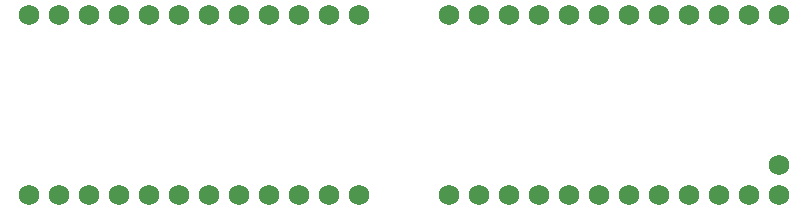
<source format=gts>
G04 Layer: TopSolderMaskLayer*
G04 EasyEDA v6.4.25, 2021-12-20T20:28:38+01:00*
G04 9adf3931234744f2be4d511116bedf97,b4a5f7d9b4444f23be71920c898e1340,10*
G04 Gerber Generator version 0.2*
G04 Scale: 100 percent, Rotated: No, Reflected: No *
G04 Dimensions in inches *
G04 leading zeros omitted , absolute positions ,3 integer and 6 decimal *
%FSLAX36Y36*%
%MOIN*%

%ADD13C,0.0680*%

%LPD*%
D13*
G01*
X200000Y3700000D03*
G01*
X300000Y3700000D03*
G01*
X400000Y3700000D03*
G01*
X500000Y3700000D03*
G01*
X600000Y3700000D03*
G01*
X700000Y3700000D03*
G01*
X800000Y3700000D03*
G01*
X900000Y3700000D03*
G01*
X1000000Y3700000D03*
G01*
X1100000Y3700000D03*
G01*
X1200000Y3700000D03*
G01*
X1300000Y3700000D03*
G01*
X200000Y3100000D03*
G01*
X300000Y3100000D03*
G01*
X400000Y3100000D03*
G01*
X500000Y3100000D03*
G01*
X600000Y3100000D03*
G01*
X700000Y3100000D03*
G01*
X800000Y3100000D03*
G01*
X900000Y3100000D03*
G01*
X1000000Y3100000D03*
G01*
X1100000Y3100000D03*
G01*
X1200000Y3100000D03*
G01*
X1300000Y3100000D03*
G01*
X2700000Y3100000D03*
G01*
X2600000Y3100000D03*
G01*
X2500000Y3100000D03*
G01*
X2400000Y3100000D03*
G01*
X2300000Y3100000D03*
G01*
X2200000Y3100000D03*
G01*
X2100000Y3100000D03*
G01*
X2000000Y3100000D03*
G01*
X1900000Y3100000D03*
G01*
X1800000Y3100000D03*
G01*
X1700000Y3100000D03*
G01*
X1600000Y3100000D03*
G01*
X2700000Y3700000D03*
G01*
X2600000Y3700000D03*
G01*
X2500000Y3700000D03*
G01*
X2400000Y3700000D03*
G01*
X2300000Y3700000D03*
G01*
X2200000Y3700000D03*
G01*
X2100000Y3700000D03*
G01*
X2000000Y3700000D03*
G01*
X1900000Y3700000D03*
G01*
X1800000Y3700000D03*
G01*
X1700000Y3700000D03*
G01*
X1600000Y3700000D03*
G01*
X2700000Y3200000D03*
M02*

</source>
